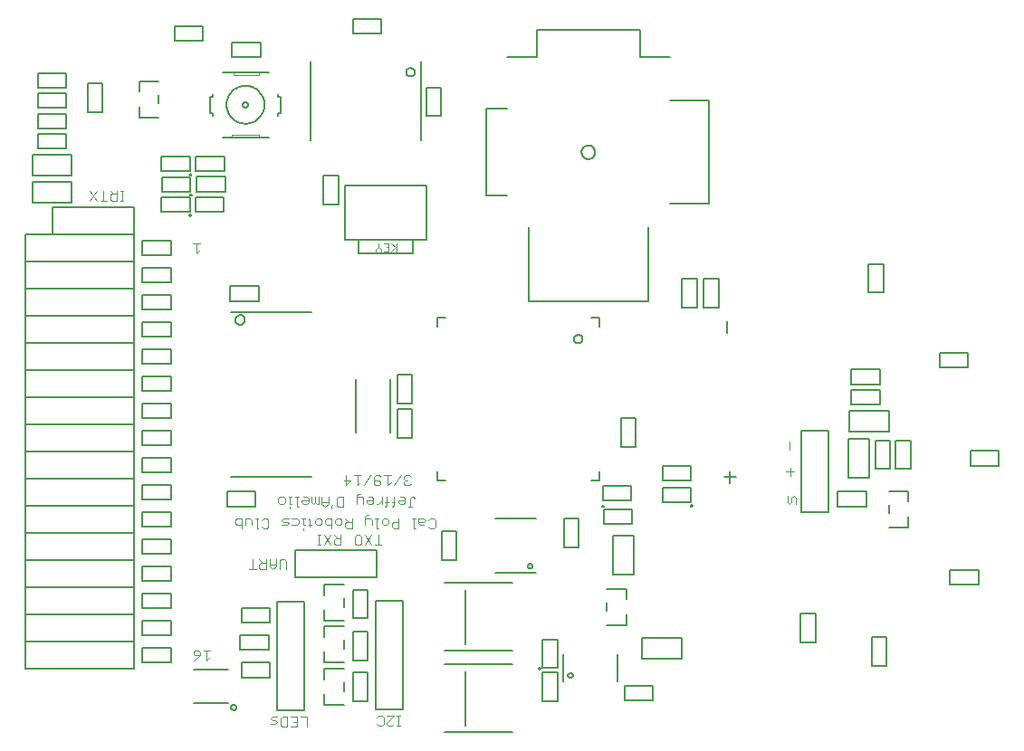
<source format=gto>
G75*
%MOIN*%
%OFA0B0*%
%FSLAX24Y24*%
%IPPOS*%
%LPD*%
%AMOC8*
5,1,8,0,0,1.08239X$1,22.5*
%
%ADD10C,0.0030*%
%ADD11C,0.0060*%
%ADD12C,0.0040*%
%ADD13C,0.0050*%
%ADD14C,0.0080*%
%ADD15C,0.0020*%
D10*
X007145Y004026D02*
X007268Y004088D01*
X007392Y004211D01*
X007207Y004211D01*
X007145Y004273D01*
X007145Y004335D01*
X007207Y004397D01*
X007330Y004397D01*
X007392Y004335D01*
X007392Y004211D01*
X007513Y004397D02*
X007760Y004397D01*
X007637Y004397D02*
X007637Y004026D01*
X007760Y004150D01*
X009983Y001885D02*
X010045Y001823D01*
X010168Y001823D01*
X010230Y001761D01*
X010168Y001700D01*
X009983Y001700D01*
X009983Y001885D02*
X010045Y001947D01*
X010230Y001947D01*
X010351Y001885D02*
X010351Y001638D01*
X010413Y001576D01*
X010598Y001576D01*
X010598Y001947D01*
X010413Y001947D01*
X010351Y001885D01*
X010720Y001947D02*
X010967Y001947D01*
X010967Y001576D01*
X010720Y001576D01*
X010843Y001761D02*
X010967Y001761D01*
X011088Y001947D02*
X011335Y001947D01*
X011335Y001576D01*
X013899Y001676D02*
X013961Y001614D01*
X014084Y001614D01*
X014146Y001676D01*
X014146Y001922D01*
X014084Y001984D01*
X013961Y001984D01*
X013899Y001922D01*
X014268Y001984D02*
X014514Y001984D01*
X014268Y001737D01*
X014268Y001676D01*
X014329Y001614D01*
X014453Y001614D01*
X014514Y001676D01*
X014637Y001614D02*
X014760Y001614D01*
X014698Y001614D02*
X014698Y001984D01*
X014637Y001984D02*
X014760Y001984D01*
X010560Y007376D02*
X010560Y007685D01*
X010498Y007747D01*
X010375Y007747D01*
X010313Y007685D01*
X010313Y007376D01*
X010192Y007500D02*
X010192Y007747D01*
X010192Y007561D02*
X009945Y007561D01*
X009945Y007500D02*
X009945Y007747D01*
X009823Y007747D02*
X009823Y007376D01*
X009638Y007376D01*
X009576Y007438D01*
X009576Y007561D01*
X009638Y007623D01*
X009823Y007623D01*
X009700Y007623D02*
X009576Y007747D01*
X009332Y007747D02*
X009332Y007376D01*
X009455Y007376D02*
X009208Y007376D01*
X009945Y007500D02*
X010068Y007376D01*
X010192Y007500D01*
X009847Y008889D02*
X009909Y008951D01*
X009909Y009197D01*
X009847Y009259D01*
X009724Y009259D01*
X009662Y009197D01*
X009541Y009259D02*
X009417Y009259D01*
X009479Y009259D02*
X009479Y008889D01*
X009541Y008889D01*
X009662Y008951D02*
X009724Y008889D01*
X009847Y008889D01*
X009295Y009012D02*
X009295Y009197D01*
X009233Y009259D01*
X009048Y009259D01*
X009048Y009012D01*
X008927Y009012D02*
X008742Y009012D01*
X008680Y009074D01*
X008680Y009197D01*
X008742Y009259D01*
X008927Y009259D01*
X008927Y008889D01*
X010275Y009861D02*
X010337Y009800D01*
X010460Y009800D01*
X010522Y009861D01*
X010522Y009985D01*
X010460Y010047D01*
X010337Y010047D01*
X010275Y009985D01*
X010275Y009861D01*
X010644Y010047D02*
X010767Y010047D01*
X010706Y010047D02*
X010706Y009800D01*
X010767Y009800D01*
X010706Y009676D02*
X010706Y009615D01*
X010951Y009676D02*
X010951Y010047D01*
X010890Y010047D02*
X011013Y010047D01*
X011134Y009923D02*
X011381Y009923D01*
X011381Y009861D02*
X011320Y009800D01*
X011196Y009800D01*
X011134Y009861D01*
X011134Y009923D01*
X011196Y010047D02*
X011320Y010047D01*
X011381Y009985D01*
X011381Y009861D01*
X011503Y009861D02*
X011503Y010047D01*
X011626Y010047D02*
X011626Y009861D01*
X011564Y009800D01*
X011503Y009861D01*
X011626Y009861D02*
X011688Y009800D01*
X011750Y009800D01*
X011750Y010047D01*
X011871Y010047D02*
X011871Y009800D01*
X011995Y009676D01*
X012118Y009800D01*
X012118Y010047D01*
X012118Y009861D02*
X011871Y009861D01*
X012240Y009738D02*
X012302Y009800D01*
X012240Y009738D02*
X012240Y009615D01*
X012424Y009738D02*
X012424Y009985D01*
X012485Y010047D01*
X012670Y010047D01*
X012670Y009676D01*
X012485Y009676D01*
X012424Y009738D01*
X012425Y009259D02*
X012363Y009197D01*
X012363Y009074D01*
X012425Y009012D01*
X012548Y009012D01*
X012610Y009074D01*
X012610Y009197D01*
X012548Y009259D01*
X012425Y009259D01*
X012242Y009259D02*
X012242Y008889D01*
X012242Y009012D02*
X012056Y009012D01*
X011995Y009074D01*
X011995Y009197D01*
X012056Y009259D01*
X012242Y009259D01*
X011873Y009197D02*
X011812Y009259D01*
X011688Y009259D01*
X011626Y009197D01*
X011626Y009074D01*
X011688Y009012D01*
X011812Y009012D01*
X011873Y009074D01*
X011873Y009197D01*
X011505Y009012D02*
X011382Y009012D01*
X011443Y008951D02*
X011443Y009197D01*
X011382Y009259D01*
X011259Y009259D02*
X011136Y009259D01*
X011198Y009259D02*
X011198Y009012D01*
X011259Y009012D01*
X011198Y008889D02*
X011198Y008827D01*
X010952Y009012D02*
X011014Y009074D01*
X011014Y009197D01*
X010952Y009259D01*
X010767Y009259D01*
X010646Y009259D02*
X010460Y009259D01*
X010399Y009197D01*
X010460Y009136D01*
X010584Y009136D01*
X010646Y009074D01*
X010584Y009012D01*
X010399Y009012D01*
X010767Y009012D02*
X010952Y009012D01*
X010951Y009676D02*
X011013Y009676D01*
X011712Y008647D02*
X011836Y008647D01*
X011774Y008647D02*
X011774Y008276D01*
X011836Y008276D02*
X011712Y008276D01*
X011957Y008276D02*
X012204Y008647D01*
X012326Y008647D02*
X012449Y008523D01*
X012387Y008523D02*
X012573Y008523D01*
X012573Y008647D02*
X012573Y008276D01*
X012387Y008276D01*
X012326Y008338D01*
X012326Y008461D01*
X012387Y008523D01*
X012204Y008276D02*
X011957Y008647D01*
X012731Y008951D02*
X012793Y008889D01*
X012978Y008889D01*
X012978Y009259D01*
X012978Y009136D02*
X012793Y009136D01*
X012731Y009074D01*
X012731Y008951D01*
X012855Y009136D02*
X012731Y009259D01*
X013468Y009259D02*
X013653Y009259D01*
X013715Y009197D01*
X013715Y009012D01*
X013899Y008889D02*
X013899Y009259D01*
X013960Y009259D02*
X013837Y009259D01*
X014082Y009197D02*
X014082Y009074D01*
X014144Y009012D01*
X014267Y009012D01*
X014329Y009074D01*
X014329Y009197D01*
X014267Y009259D01*
X014144Y009259D01*
X014082Y009197D01*
X013960Y008889D02*
X013899Y008889D01*
X013949Y008647D02*
X013949Y008276D01*
X013826Y008276D02*
X014073Y008276D01*
X013704Y008276D02*
X013457Y008647D01*
X013336Y008585D02*
X013274Y008647D01*
X013151Y008647D01*
X013089Y008585D01*
X013089Y008338D01*
X013151Y008276D01*
X013274Y008276D01*
X013336Y008338D01*
X013336Y008585D01*
X013457Y008276D02*
X013704Y008647D01*
X013468Y009012D02*
X013468Y009321D01*
X013530Y009383D01*
X013591Y009383D01*
X013590Y009800D02*
X013528Y009861D01*
X013528Y009923D01*
X013775Y009923D01*
X013775Y009861D02*
X013714Y009800D01*
X013590Y009800D01*
X013407Y009800D02*
X013407Y009985D01*
X013345Y010047D01*
X013160Y010047D01*
X013160Y010108D02*
X013222Y010170D01*
X013284Y010170D01*
X013160Y010108D02*
X013160Y009800D01*
X013590Y010047D02*
X013714Y010047D01*
X013775Y009985D01*
X013775Y009861D01*
X013897Y009800D02*
X013959Y009800D01*
X014082Y009923D01*
X014082Y009800D02*
X014082Y010047D01*
X014266Y010047D02*
X014266Y009738D01*
X014204Y009676D01*
X014204Y009861D02*
X014328Y009861D01*
X014450Y009861D02*
X014573Y009861D01*
X014695Y009861D02*
X014695Y009923D01*
X014942Y009923D01*
X014942Y009861D02*
X014880Y009800D01*
X014757Y009800D01*
X014695Y009861D01*
X014757Y010047D02*
X014880Y010047D01*
X014942Y009985D01*
X014942Y009861D01*
X015063Y009676D02*
X015187Y009676D01*
X015125Y009676D02*
X015125Y009985D01*
X015187Y010047D01*
X015248Y010047D01*
X015310Y009985D01*
X015086Y010476D02*
X014962Y010476D01*
X014901Y010538D01*
X014901Y010600D01*
X014962Y010661D01*
X014901Y010723D01*
X014901Y010785D01*
X014962Y010847D01*
X015086Y010847D01*
X015148Y010785D01*
X015024Y010661D02*
X014962Y010661D01*
X015148Y010538D02*
X015086Y010476D01*
X014779Y010847D02*
X014532Y010476D01*
X014411Y010600D02*
X014287Y010476D01*
X014287Y010847D01*
X014164Y010847D02*
X014411Y010847D01*
X014043Y010785D02*
X013981Y010847D01*
X013857Y010847D01*
X013796Y010785D01*
X013796Y010538D01*
X013857Y010476D01*
X013981Y010476D01*
X014043Y010538D01*
X014043Y010600D01*
X013981Y010661D01*
X013796Y010661D01*
X013674Y010847D02*
X013427Y010476D01*
X013306Y010600D02*
X013182Y010476D01*
X013182Y010847D01*
X013059Y010847D02*
X013306Y010847D01*
X012938Y010661D02*
X012752Y010476D01*
X012752Y010847D01*
X012691Y010661D02*
X012938Y010661D01*
X014512Y010047D02*
X014512Y009738D01*
X014450Y009676D01*
X014697Y009259D02*
X014697Y008889D01*
X014512Y008889D01*
X014450Y008951D01*
X014450Y009074D01*
X014512Y009136D01*
X014697Y009136D01*
X015187Y009259D02*
X015311Y009259D01*
X015249Y009259D02*
X015249Y008889D01*
X015311Y008889D01*
X015494Y009012D02*
X015432Y009074D01*
X015432Y009259D01*
X015617Y009259D01*
X015679Y009197D01*
X015617Y009136D01*
X015432Y009136D01*
X015494Y009012D02*
X015617Y009012D01*
X015801Y008951D02*
X015862Y008889D01*
X015986Y008889D01*
X016048Y008951D01*
X016048Y009197D01*
X015986Y009259D01*
X015862Y009259D01*
X015801Y009197D01*
X014635Y019106D02*
X014635Y019397D01*
X014635Y019300D02*
X014442Y019106D01*
X014340Y019106D02*
X014340Y019397D01*
X014147Y019397D01*
X014244Y019252D02*
X014340Y019252D01*
X014340Y019106D02*
X014147Y019106D01*
X014046Y019106D02*
X014046Y019155D01*
X013949Y019252D01*
X013949Y019397D01*
X013949Y019252D02*
X013852Y019155D01*
X013852Y019106D01*
X014442Y019397D02*
X014587Y019252D01*
X007385Y019150D02*
X007262Y019026D01*
X007262Y019397D01*
X007385Y019397D02*
X007138Y019397D01*
X004573Y020964D02*
X004449Y020964D01*
X004511Y020964D02*
X004511Y021334D01*
X004573Y021334D02*
X004449Y021334D01*
X004327Y021334D02*
X004327Y020964D01*
X004142Y020964D01*
X004080Y021026D01*
X004080Y021149D01*
X004142Y021211D01*
X004327Y021211D01*
X004204Y021211D02*
X004080Y021334D01*
X003835Y021334D02*
X003835Y020964D01*
X003712Y020964D02*
X003959Y020964D01*
X003590Y020964D02*
X003343Y021334D01*
X003590Y021334D02*
X003343Y020964D01*
D11*
X007763Y024199D02*
X007763Y024799D01*
X007863Y024799D01*
X007863Y024899D01*
X007863Y024199D02*
X007863Y024099D01*
X007863Y024199D02*
X007763Y024199D01*
X008213Y023299D02*
X008563Y023299D01*
X009563Y023299D01*
X009913Y023299D01*
X010263Y024099D02*
X010263Y024199D01*
X010363Y024199D01*
X010363Y024799D01*
X010263Y024799D01*
X010263Y024899D01*
X009913Y025699D02*
X009563Y025699D01*
X008613Y025699D01*
X008213Y025699D01*
X008963Y024499D02*
X008965Y024519D01*
X008971Y024537D01*
X008980Y024555D01*
X008992Y024570D01*
X009007Y024582D01*
X009025Y024591D01*
X009043Y024597D01*
X009063Y024599D01*
X009083Y024597D01*
X009101Y024591D01*
X009119Y024582D01*
X009134Y024570D01*
X009146Y024555D01*
X009155Y024537D01*
X009161Y024519D01*
X009163Y024499D01*
X009161Y024479D01*
X009155Y024461D01*
X009146Y024443D01*
X009134Y024428D01*
X009119Y024416D01*
X009101Y024407D01*
X009083Y024401D01*
X009063Y024399D01*
X009043Y024401D01*
X009025Y024407D01*
X009007Y024416D01*
X008992Y024428D01*
X008980Y024443D01*
X008971Y024461D01*
X008965Y024479D01*
X008963Y024499D01*
X008363Y024499D02*
X008365Y024551D01*
X008371Y024603D01*
X008381Y024655D01*
X008394Y024705D01*
X008411Y024755D01*
X008432Y024803D01*
X008457Y024849D01*
X008485Y024893D01*
X008516Y024935D01*
X008550Y024975D01*
X008587Y025012D01*
X008627Y025046D01*
X008669Y025077D01*
X008713Y025105D01*
X008759Y025130D01*
X008807Y025151D01*
X008857Y025168D01*
X008907Y025181D01*
X008959Y025191D01*
X009011Y025197D01*
X009063Y025199D01*
X009115Y025197D01*
X009167Y025191D01*
X009219Y025181D01*
X009269Y025168D01*
X009319Y025151D01*
X009367Y025130D01*
X009413Y025105D01*
X009457Y025077D01*
X009499Y025046D01*
X009539Y025012D01*
X009576Y024975D01*
X009610Y024935D01*
X009641Y024893D01*
X009669Y024849D01*
X009694Y024803D01*
X009715Y024755D01*
X009732Y024705D01*
X009745Y024655D01*
X009755Y024603D01*
X009761Y024551D01*
X009763Y024499D01*
X009761Y024447D01*
X009755Y024395D01*
X009745Y024343D01*
X009732Y024293D01*
X009715Y024243D01*
X009694Y024195D01*
X009669Y024149D01*
X009641Y024105D01*
X009610Y024063D01*
X009576Y024023D01*
X009539Y023986D01*
X009499Y023952D01*
X009457Y023921D01*
X009413Y023893D01*
X009367Y023868D01*
X009319Y023847D01*
X009269Y023830D01*
X009219Y023817D01*
X009167Y023807D01*
X009115Y023801D01*
X009063Y023799D01*
X009011Y023801D01*
X008959Y023807D01*
X008907Y023817D01*
X008857Y023830D01*
X008807Y023847D01*
X008759Y023868D01*
X008713Y023893D01*
X008669Y023921D01*
X008627Y023952D01*
X008587Y023986D01*
X008550Y024023D01*
X008516Y024063D01*
X008485Y024105D01*
X008457Y024149D01*
X008432Y024195D01*
X008411Y024243D01*
X008394Y024293D01*
X008381Y024343D01*
X008371Y024395D01*
X008365Y024447D01*
X008363Y024499D01*
X026800Y016531D02*
X026800Y016104D01*
X026899Y010988D02*
X026899Y010561D01*
X026685Y010774D02*
X027112Y010774D01*
D12*
X028970Y010974D02*
X029277Y010974D01*
X029123Y011128D02*
X029123Y010821D01*
X029023Y010091D02*
X029023Y009860D01*
X029100Y009784D01*
X029177Y009860D01*
X029177Y010014D01*
X029253Y010091D01*
X029330Y010014D01*
X029330Y009784D01*
X029100Y011784D02*
X029100Y012091D01*
D13*
X004950Y003724D02*
X000950Y003724D01*
X000950Y004724D01*
X004950Y004724D01*
X004950Y003724D01*
X005275Y003954D02*
X005275Y004494D01*
X006325Y004494D01*
X006325Y003954D01*
X005275Y003954D01*
X004950Y004724D02*
X000950Y004724D01*
X000950Y005724D01*
X004950Y005724D01*
X004950Y004724D01*
X005275Y004954D02*
X005275Y005494D01*
X006325Y005494D01*
X006325Y004954D01*
X005275Y004954D01*
X004950Y005724D02*
X000950Y005724D01*
X000950Y006724D01*
X004950Y006724D01*
X004950Y005724D01*
X005275Y005954D02*
X005275Y006494D01*
X006325Y006494D01*
X006325Y005954D01*
X005275Y005954D01*
X004950Y006724D02*
X000950Y006724D01*
X000950Y007724D01*
X004950Y007724D01*
X004950Y006724D01*
X005275Y006954D02*
X005275Y007494D01*
X006325Y007494D01*
X006325Y006954D01*
X005275Y006954D01*
X004950Y007724D02*
X000950Y007724D01*
X000950Y008724D01*
X004950Y008724D01*
X004950Y007724D01*
X005275Y007954D02*
X005275Y008494D01*
X006325Y008494D01*
X006325Y007954D01*
X005275Y007954D01*
X004950Y008724D02*
X000950Y008724D01*
X000950Y009724D01*
X004950Y009724D01*
X004950Y008724D01*
X005275Y008954D02*
X005275Y009494D01*
X006325Y009494D01*
X006325Y008954D01*
X005275Y008954D01*
X004950Y009724D02*
X000950Y009724D01*
X000950Y010724D01*
X004950Y010724D01*
X004950Y009724D01*
X005275Y009954D02*
X005275Y010494D01*
X006325Y010494D01*
X006325Y009954D01*
X005275Y009954D01*
X004950Y010724D02*
X000950Y010724D01*
X000950Y011724D01*
X004950Y011724D01*
X004950Y010724D01*
X005275Y010954D02*
X005275Y011494D01*
X006325Y011494D01*
X006325Y010954D01*
X005275Y010954D01*
X004950Y011724D02*
X000950Y011724D01*
X000950Y012724D01*
X004950Y012724D01*
X004950Y011724D01*
X005275Y011954D02*
X005275Y012494D01*
X006325Y012494D01*
X006325Y011954D01*
X005275Y011954D01*
X004950Y012724D02*
X000950Y012724D01*
X000950Y013724D01*
X004950Y013724D01*
X004950Y012724D01*
X005275Y012954D02*
X005275Y013494D01*
X006325Y013494D01*
X006325Y012954D01*
X005275Y012954D01*
X004950Y013724D02*
X000950Y013724D01*
X000950Y014724D01*
X004950Y014724D01*
X004950Y013724D01*
X005275Y013954D02*
X005275Y014494D01*
X006325Y014494D01*
X006325Y013954D01*
X005275Y013954D01*
X004950Y014724D02*
X000950Y014724D01*
X000950Y015724D01*
X004950Y015724D01*
X004950Y014724D01*
X005275Y014954D02*
X005275Y015494D01*
X006325Y015494D01*
X006325Y014954D01*
X005275Y014954D01*
X004950Y015724D02*
X000950Y015724D01*
X000950Y016724D01*
X004950Y016724D01*
X004950Y015724D01*
X005275Y015954D02*
X005275Y016494D01*
X006325Y016494D01*
X006325Y015954D01*
X005275Y015954D01*
X004950Y016724D02*
X000950Y016724D01*
X000950Y017724D01*
X004950Y017724D01*
X004950Y016724D01*
X005275Y016954D02*
X005275Y017494D01*
X006325Y017494D01*
X006325Y016954D01*
X005275Y016954D01*
X004950Y017724D02*
X000950Y017724D01*
X000950Y018724D01*
X004950Y018724D01*
X004950Y017724D01*
X005275Y017954D02*
X005275Y018494D01*
X006325Y018494D01*
X006325Y017954D01*
X005275Y017954D01*
X004950Y018724D02*
X000950Y018724D01*
X000950Y019724D01*
X004950Y019724D01*
X004950Y018724D01*
X005275Y018954D02*
X005275Y019494D01*
X006325Y019494D01*
X006325Y018954D01*
X005275Y018954D01*
X004950Y019724D02*
X004950Y020724D01*
X001950Y020724D01*
X001950Y019724D01*
X004950Y019724D01*
X005963Y020542D02*
X005963Y021082D01*
X007013Y021082D01*
X007013Y020542D01*
X005963Y020542D01*
X005988Y021292D02*
X005988Y021832D01*
X007038Y021832D01*
X007038Y021292D01*
X005988Y021292D01*
X005975Y022042D02*
X005975Y022582D01*
X007025Y022582D01*
X007025Y022042D01*
X005975Y022042D01*
X007009Y021930D02*
X007011Y021940D01*
X007016Y021949D01*
X007024Y021956D01*
X007034Y021960D01*
X007044Y021960D01*
X007054Y021956D01*
X007062Y021949D01*
X007067Y021940D01*
X007069Y021930D01*
X007067Y021920D01*
X007062Y021911D01*
X007054Y021904D01*
X007044Y021900D01*
X007034Y021900D01*
X007024Y021904D01*
X007016Y021911D01*
X007011Y021920D01*
X007009Y021930D01*
X007238Y022054D02*
X007238Y022594D01*
X008288Y022594D01*
X008288Y022054D01*
X007238Y022054D01*
X007263Y021844D02*
X007263Y021304D01*
X008313Y021304D01*
X008313Y021844D01*
X007263Y021844D01*
X007022Y021180D02*
X007024Y021190D01*
X007029Y021199D01*
X007037Y021206D01*
X007047Y021210D01*
X007057Y021210D01*
X007067Y021206D01*
X007075Y021199D01*
X007080Y021190D01*
X007082Y021180D01*
X007080Y021170D01*
X007075Y021161D01*
X007067Y021154D01*
X007057Y021150D01*
X007047Y021150D01*
X007037Y021154D01*
X007029Y021161D01*
X007024Y021170D01*
X007022Y021180D01*
X007213Y021094D02*
X007213Y020554D01*
X008263Y020554D01*
X008263Y021094D01*
X007213Y021094D01*
X006997Y020430D02*
X006999Y020440D01*
X007004Y020449D01*
X007012Y020456D01*
X007022Y020460D01*
X007032Y020460D01*
X007042Y020456D01*
X007050Y020449D01*
X007055Y020440D01*
X007057Y020430D01*
X007055Y020420D01*
X007050Y020411D01*
X007042Y020404D01*
X007032Y020400D01*
X007022Y020400D01*
X007012Y020404D01*
X007004Y020411D01*
X006999Y020420D01*
X006997Y020430D01*
X008500Y017807D02*
X009550Y017807D01*
X009550Y017267D01*
X008500Y017267D01*
X008500Y017807D01*
X008536Y016856D02*
X011489Y016856D01*
X008683Y016574D02*
X008685Y016600D01*
X008691Y016626D01*
X008700Y016650D01*
X008713Y016673D01*
X008729Y016694D01*
X008748Y016712D01*
X008769Y016728D01*
X008793Y016740D01*
X008817Y016748D01*
X008843Y016753D01*
X008870Y016754D01*
X008896Y016751D01*
X008921Y016744D01*
X008945Y016734D01*
X008968Y016720D01*
X008988Y016704D01*
X009005Y016684D01*
X009020Y016662D01*
X009031Y016638D01*
X009039Y016613D01*
X009043Y016587D01*
X009043Y016561D01*
X009039Y016535D01*
X009031Y016510D01*
X009020Y016486D01*
X009005Y016464D01*
X008988Y016444D01*
X008968Y016428D01*
X008945Y016414D01*
X008921Y016404D01*
X008896Y016397D01*
X008870Y016394D01*
X008843Y016395D01*
X008817Y016400D01*
X008793Y016408D01*
X008769Y016420D01*
X008748Y016436D01*
X008729Y016454D01*
X008713Y016475D01*
X008700Y016498D01*
X008691Y016522D01*
X008685Y016548D01*
X008683Y016574D01*
X012713Y019537D02*
X012713Y021537D01*
X015713Y021537D01*
X015713Y019537D01*
X015213Y019537D01*
X015213Y019037D01*
X013213Y019037D01*
X013213Y019537D01*
X012713Y019537D01*
X013213Y019537D02*
X015213Y019537D01*
X012483Y020824D02*
X011943Y020824D01*
X011943Y021874D01*
X012483Y021874D01*
X012483Y020824D01*
X015730Y024087D02*
X015730Y025137D01*
X016270Y025137D01*
X016270Y024087D01*
X015730Y024087D01*
X014980Y025699D02*
X014982Y025724D01*
X014988Y025748D01*
X014997Y025771D01*
X015010Y025792D01*
X015026Y025811D01*
X015045Y025827D01*
X015066Y025840D01*
X015089Y025849D01*
X015113Y025855D01*
X015138Y025857D01*
X015163Y025855D01*
X015187Y025849D01*
X015210Y025840D01*
X015231Y025827D01*
X015250Y025811D01*
X015266Y025792D01*
X015279Y025771D01*
X015288Y025748D01*
X015294Y025724D01*
X015296Y025699D01*
X015294Y025674D01*
X015288Y025650D01*
X015279Y025627D01*
X015266Y025606D01*
X015250Y025587D01*
X015231Y025571D01*
X015210Y025558D01*
X015187Y025549D01*
X015163Y025543D01*
X015138Y025541D01*
X015113Y025543D01*
X015089Y025549D01*
X015066Y025558D01*
X015045Y025571D01*
X015026Y025587D01*
X015010Y025606D01*
X014997Y025627D01*
X014988Y025650D01*
X014982Y025674D01*
X014980Y025699D01*
X014075Y027129D02*
X014075Y027669D01*
X013025Y027669D01*
X013025Y027129D01*
X014075Y027129D01*
X009613Y026794D02*
X009613Y026254D01*
X008563Y026254D01*
X008563Y026794D01*
X009613Y026794D01*
X007500Y026854D02*
X007500Y027394D01*
X006450Y027394D01*
X006450Y026854D01*
X007500Y026854D01*
X005867Y025368D02*
X005158Y025368D01*
X005158Y024975D01*
X005867Y024857D02*
X005867Y024542D01*
X005158Y024424D02*
X005158Y024030D01*
X005867Y024030D01*
X003808Y024224D02*
X003268Y024224D01*
X003268Y025274D01*
X003808Y025274D01*
X003808Y024224D01*
X002475Y024169D02*
X002475Y023629D01*
X001425Y023629D01*
X001425Y024169D01*
X002475Y024169D01*
X002475Y024379D02*
X002475Y024919D01*
X001425Y024919D01*
X001425Y024379D01*
X002475Y024379D01*
X002475Y025129D02*
X002475Y025669D01*
X001425Y025669D01*
X001425Y025129D01*
X002475Y025129D01*
X002475Y023419D02*
X001425Y023419D01*
X001425Y022879D01*
X002475Y022879D01*
X002475Y023419D01*
X002674Y022656D02*
X002674Y021892D01*
X001226Y021892D01*
X001226Y022656D01*
X002674Y022656D01*
X002674Y021656D02*
X001226Y021656D01*
X001226Y020892D01*
X002674Y020892D01*
X002674Y021656D01*
X013120Y014383D02*
X013120Y012415D01*
X014380Y012415D02*
X014380Y014383D01*
X014668Y014549D02*
X015208Y014549D01*
X015208Y013499D01*
X014668Y013499D01*
X014668Y014549D01*
X014655Y013274D02*
X015195Y013274D01*
X015195Y012224D01*
X014655Y012224D01*
X014655Y013274D01*
X016120Y010984D02*
X016120Y010670D01*
X016435Y010670D01*
X018275Y009249D02*
X019775Y009249D01*
X020780Y009249D02*
X020780Y008199D01*
X021320Y008199D01*
X021320Y009249D01*
X020780Y009249D01*
X022250Y009054D02*
X022250Y009594D01*
X023300Y009594D01*
X023300Y009054D01*
X022250Y009054D01*
X022593Y008624D02*
X023357Y008624D01*
X023357Y007175D01*
X022593Y007175D01*
X022593Y008624D01*
X022206Y009706D02*
X022208Y009716D01*
X022213Y009725D01*
X022221Y009732D01*
X022231Y009736D01*
X022241Y009736D01*
X022251Y009732D01*
X022259Y009725D01*
X022264Y009716D01*
X022266Y009706D01*
X022264Y009696D01*
X022259Y009687D01*
X022251Y009680D01*
X022241Y009676D01*
X022231Y009676D01*
X022221Y009680D01*
X022213Y009687D01*
X022208Y009696D01*
X022206Y009706D01*
X022225Y009929D02*
X022225Y010469D01*
X023275Y010469D01*
X023275Y009929D01*
X022225Y009929D01*
X022105Y010670D02*
X021790Y010670D01*
X022105Y010670D02*
X022105Y010984D01*
X022893Y011899D02*
X023433Y011899D01*
X023433Y012949D01*
X022893Y012949D01*
X022893Y011899D01*
X024425Y011182D02*
X024425Y010642D01*
X025475Y010642D01*
X025475Y011182D01*
X024425Y011182D01*
X024425Y010382D02*
X025475Y010382D01*
X025475Y009842D01*
X024425Y009842D01*
X024425Y010382D01*
X025459Y009730D02*
X025461Y009740D01*
X025466Y009749D01*
X025474Y009756D01*
X025484Y009760D01*
X025494Y009760D01*
X025504Y009756D01*
X025512Y009749D01*
X025517Y009740D01*
X025519Y009730D01*
X025517Y009720D01*
X025512Y009711D01*
X025504Y009704D01*
X025494Y009700D01*
X025484Y009700D01*
X025474Y009704D01*
X025466Y009711D01*
X025461Y009720D01*
X025459Y009730D01*
X023079Y006668D02*
X022371Y006668D01*
X022371Y006157D02*
X022371Y005842D01*
X022371Y005330D02*
X023079Y005330D01*
X023079Y005724D01*
X023079Y006275D02*
X023079Y006668D01*
X023676Y004856D02*
X025124Y004856D01*
X025124Y004092D01*
X023676Y004092D01*
X023676Y004856D01*
X022775Y004249D02*
X022775Y003249D01*
X023025Y003094D02*
X023025Y002554D01*
X024075Y002554D01*
X024075Y003094D01*
X023025Y003094D01*
X020939Y003474D02*
X020941Y003492D01*
X020947Y003510D01*
X020956Y003526D01*
X020968Y003539D01*
X020983Y003550D01*
X021000Y003558D01*
X021018Y003562D01*
X021036Y003562D01*
X021054Y003558D01*
X021071Y003550D01*
X021086Y003539D01*
X021098Y003526D01*
X021107Y003510D01*
X021113Y003492D01*
X021115Y003474D01*
X021113Y003456D01*
X021107Y003438D01*
X021098Y003422D01*
X021086Y003409D01*
X021071Y003398D01*
X021054Y003390D01*
X021036Y003386D01*
X021018Y003386D01*
X021000Y003390D01*
X020983Y003398D01*
X020968Y003409D01*
X020956Y003422D01*
X020947Y003438D01*
X020941Y003456D01*
X020939Y003474D01*
X020775Y003249D02*
X020775Y004249D01*
X020545Y003749D02*
X020005Y003749D01*
X020005Y004799D01*
X020545Y004799D01*
X020545Y003749D01*
X020545Y003574D02*
X020005Y003574D01*
X020005Y002524D01*
X020545Y002524D01*
X020545Y003574D01*
X019863Y003735D02*
X019865Y003745D01*
X019870Y003754D01*
X019878Y003761D01*
X019888Y003765D01*
X019898Y003765D01*
X019908Y003761D01*
X019916Y003754D01*
X019921Y003745D01*
X019923Y003735D01*
X019921Y003725D01*
X019916Y003716D01*
X019908Y003709D01*
X019898Y003705D01*
X019888Y003705D01*
X019878Y003709D01*
X019870Y003716D01*
X019865Y003725D01*
X019863Y003735D01*
X018900Y003874D02*
X016400Y003874D01*
X016400Y004374D02*
X018900Y004374D01*
X017150Y004624D02*
X017150Y006624D01*
X016400Y006874D02*
X018900Y006874D01*
X018275Y007249D02*
X019775Y007249D01*
X019449Y007501D02*
X019451Y007519D01*
X019457Y007537D01*
X019466Y007553D01*
X019478Y007566D01*
X019493Y007577D01*
X019510Y007585D01*
X019528Y007589D01*
X019546Y007589D01*
X019564Y007585D01*
X019581Y007577D01*
X019596Y007566D01*
X019608Y007553D01*
X019617Y007537D01*
X019623Y007519D01*
X019625Y007501D01*
X019623Y007483D01*
X019617Y007465D01*
X019608Y007449D01*
X019596Y007436D01*
X019581Y007425D01*
X019564Y007417D01*
X019546Y007413D01*
X019528Y007413D01*
X019510Y007417D01*
X019493Y007425D01*
X019478Y007436D01*
X019466Y007449D01*
X019457Y007465D01*
X019451Y007483D01*
X019449Y007501D01*
X016820Y007724D02*
X016280Y007724D01*
X016280Y008774D01*
X016820Y008774D01*
X016820Y007724D01*
X014850Y006224D02*
X014850Y002224D01*
X013850Y002224D01*
X013850Y006224D01*
X014850Y006224D01*
X013900Y007099D02*
X010900Y007099D01*
X010900Y008099D01*
X013900Y008099D01*
X013900Y007099D01*
X013570Y006637D02*
X013030Y006637D01*
X013030Y005587D01*
X013570Y005587D01*
X013570Y006637D01*
X012679Y006818D02*
X011971Y006818D01*
X011971Y006425D01*
X011971Y005874D02*
X011971Y005480D01*
X012679Y005480D01*
X012679Y005293D02*
X011971Y005293D01*
X011971Y004900D01*
X011971Y004349D02*
X011971Y003955D01*
X012679Y003955D01*
X012679Y003718D02*
X011971Y003718D01*
X011971Y003325D01*
X011971Y002774D02*
X011971Y002380D01*
X012679Y002380D01*
X013030Y002524D02*
X013030Y003574D01*
X013570Y003574D01*
X013570Y002524D01*
X013030Y002524D01*
X012679Y002892D02*
X012679Y003207D01*
X013018Y004024D02*
X013018Y005074D01*
X013558Y005074D01*
X013558Y004024D01*
X013018Y004024D01*
X012679Y004467D02*
X012679Y004782D01*
X012679Y005992D02*
X012679Y006307D01*
X011225Y006199D02*
X010225Y006199D01*
X010225Y002199D01*
X011225Y002199D01*
X011225Y006199D01*
X009975Y005969D02*
X009975Y005429D01*
X008925Y005429D01*
X008925Y005969D01*
X009975Y005969D01*
X009925Y004969D02*
X008875Y004969D01*
X008875Y004429D01*
X009925Y004429D01*
X009925Y004969D01*
X009975Y003944D02*
X008925Y003944D01*
X008925Y003404D01*
X009975Y003404D01*
X009975Y003944D01*
X008430Y003684D02*
X007170Y003684D01*
X007170Y002464D02*
X008430Y002464D01*
X008533Y002299D02*
X008535Y002318D01*
X008540Y002337D01*
X008550Y002353D01*
X008562Y002368D01*
X008577Y002380D01*
X008593Y002390D01*
X008612Y002395D01*
X008631Y002397D01*
X008650Y002395D01*
X008669Y002390D01*
X008685Y002380D01*
X008700Y002368D01*
X008712Y002353D01*
X008722Y002337D01*
X008727Y002318D01*
X008729Y002299D01*
X008727Y002280D01*
X008722Y002261D01*
X008712Y002245D01*
X008700Y002230D01*
X008685Y002218D01*
X008669Y002208D01*
X008650Y002203D01*
X008631Y002201D01*
X008612Y002203D01*
X008593Y002208D01*
X008577Y002218D01*
X008562Y002230D01*
X008550Y002245D01*
X008540Y002261D01*
X008535Y002280D01*
X008533Y002299D01*
X016400Y001374D02*
X018900Y001374D01*
X017150Y001624D02*
X017150Y003624D01*
X009438Y009704D02*
X009438Y010244D01*
X008388Y010244D01*
X008388Y009704D01*
X009438Y009704D01*
X008536Y010793D02*
X011489Y010793D01*
X016120Y016339D02*
X016120Y016654D01*
X016435Y016654D01*
X021160Y015866D02*
X021162Y015891D01*
X021168Y015915D01*
X021177Y015937D01*
X021190Y015958D01*
X021206Y015977D01*
X021225Y015993D01*
X021246Y016006D01*
X021268Y016015D01*
X021292Y016021D01*
X021317Y016023D01*
X021342Y016021D01*
X021366Y016015D01*
X021388Y016006D01*
X021409Y015993D01*
X021428Y015977D01*
X021444Y015958D01*
X021457Y015937D01*
X021466Y015915D01*
X021472Y015891D01*
X021474Y015866D01*
X021472Y015841D01*
X021466Y015817D01*
X021457Y015795D01*
X021444Y015774D01*
X021428Y015755D01*
X021409Y015739D01*
X021388Y015726D01*
X021366Y015717D01*
X021342Y015711D01*
X021317Y015709D01*
X021292Y015711D01*
X021268Y015717D01*
X021246Y015726D01*
X021225Y015739D01*
X021206Y015755D01*
X021190Y015774D01*
X021177Y015795D01*
X021168Y015817D01*
X021162Y015841D01*
X021160Y015866D01*
X022105Y016339D02*
X022105Y016654D01*
X021790Y016654D01*
X025143Y017024D02*
X025143Y018074D01*
X025683Y018074D01*
X025683Y017024D01*
X025143Y017024D01*
X025943Y017024D02*
X026483Y017024D01*
X026483Y018074D01*
X025943Y018074D01*
X025943Y017024D01*
X029525Y012474D02*
X030525Y012474D01*
X030525Y009474D01*
X029525Y009474D01*
X029525Y012474D01*
X031268Y012199D02*
X032032Y012199D01*
X032032Y010750D01*
X031268Y010750D01*
X031268Y012199D01*
X031301Y012467D02*
X031301Y013231D01*
X032749Y013231D01*
X032749Y012467D01*
X031301Y012467D01*
X032255Y012124D02*
X032795Y012124D01*
X032795Y011074D01*
X032255Y011074D01*
X032255Y012124D01*
X033005Y012124D02*
X033545Y012124D01*
X033545Y011074D01*
X033005Y011074D01*
X033005Y012124D01*
X032425Y013454D02*
X031375Y013454D01*
X031375Y013994D01*
X032425Y013994D01*
X032425Y013454D01*
X032425Y014204D02*
X031375Y014204D01*
X031375Y014744D01*
X032425Y014744D01*
X032425Y014204D01*
X034625Y014829D02*
X034625Y015369D01*
X035675Y015369D01*
X035675Y014829D01*
X034625Y014829D01*
X035750Y011744D02*
X036800Y011744D01*
X036800Y011204D01*
X035750Y011204D01*
X035750Y011744D01*
X033454Y010268D02*
X033454Y009875D01*
X033454Y010268D02*
X032746Y010268D01*
X032746Y009757D02*
X032746Y009442D01*
X032746Y008930D02*
X033454Y008930D01*
X033454Y009324D01*
X031925Y009704D02*
X030875Y009704D01*
X030875Y010244D01*
X031925Y010244D01*
X031925Y009704D01*
X035000Y007369D02*
X036050Y007369D01*
X036050Y006829D01*
X035000Y006829D01*
X035000Y007369D01*
X032670Y004874D02*
X032130Y004874D01*
X032130Y003824D01*
X032670Y003824D01*
X032670Y004874D01*
X030045Y004699D02*
X029505Y004699D01*
X029505Y005749D01*
X030045Y005749D01*
X030045Y004699D01*
X032005Y017574D02*
X032005Y018624D01*
X032545Y018624D01*
X032545Y017574D01*
X032005Y017574D01*
D14*
X026138Y020849D02*
X026138Y024649D01*
X024688Y024649D01*
X024688Y026249D02*
X023588Y026249D01*
X023588Y027249D01*
X019788Y027249D01*
X019788Y026249D01*
X018688Y026249D01*
X018688Y024349D02*
X017938Y024349D01*
X017938Y021149D01*
X018688Y021149D01*
X019488Y019999D02*
X019488Y017249D01*
X023888Y017249D01*
X023888Y019999D01*
X024688Y020849D02*
X026138Y020849D01*
X021438Y022749D02*
X021440Y022780D01*
X021446Y022811D01*
X021456Y022841D01*
X021469Y022869D01*
X021486Y022896D01*
X021506Y022920D01*
X021529Y022942D01*
X021554Y022960D01*
X021582Y022975D01*
X021611Y022987D01*
X021641Y022995D01*
X021672Y022999D01*
X021704Y022999D01*
X021735Y022995D01*
X021765Y022987D01*
X021794Y022975D01*
X021822Y022960D01*
X021847Y022942D01*
X021870Y022920D01*
X021890Y022896D01*
X021907Y022869D01*
X021920Y022841D01*
X021930Y022811D01*
X021936Y022780D01*
X021938Y022749D01*
X021936Y022718D01*
X021930Y022687D01*
X021920Y022657D01*
X021907Y022629D01*
X021890Y022602D01*
X021870Y022578D01*
X021847Y022556D01*
X021822Y022538D01*
X021794Y022523D01*
X021765Y022511D01*
X021735Y022503D01*
X021704Y022499D01*
X021672Y022499D01*
X021641Y022503D01*
X021611Y022511D01*
X021582Y022523D01*
X021554Y022538D01*
X021529Y022556D01*
X021506Y022578D01*
X021486Y022602D01*
X021469Y022629D01*
X021456Y022657D01*
X021446Y022687D01*
X021440Y022718D01*
X021438Y022749D01*
X015511Y023192D02*
X015511Y025742D01*
X015511Y026106D01*
X011464Y026106D02*
X011464Y025742D01*
X011464Y023192D01*
D15*
X009563Y023299D02*
X009563Y023399D01*
X008563Y023399D01*
X008563Y023299D01*
X008613Y025599D02*
X008613Y025699D01*
X008613Y025599D02*
X009563Y025599D01*
X009563Y025699D01*
M02*

</source>
